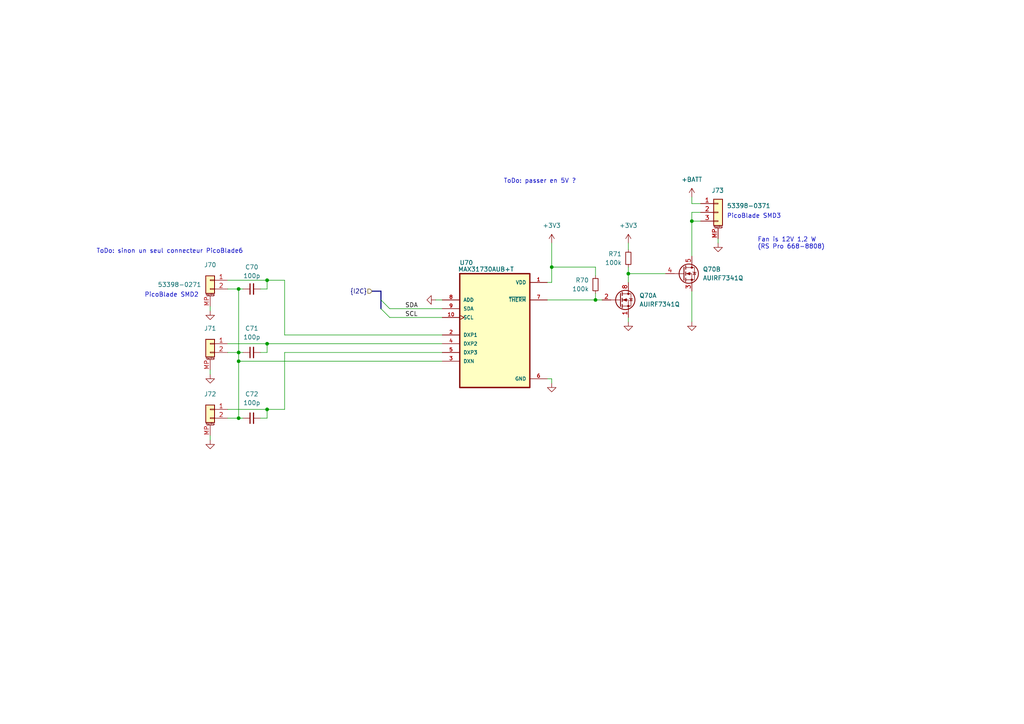
<source format=kicad_sch>
(kicad_sch (version 20211123) (generator eeschema)
  (paper "A4")
  (title_block (title "Carte Houston") (date "2022-12-30") (rev "A1") (company "Pollen Robotics"))
  (lib_symbols
    (symbol "Connector_Generic_MountingPin:Conn_01x02_MountingPin" (pin_names (offset 1.016) hide)
      (property "Reference" "J" (at 0 2.54 0))
      (property "Value" "Conn_01x02_MountingPin" (at 1.27 -5.08 0))
      (symbol "Conn_01x02_MountingPin_1_1"
        (rectangle (start -1.27 -2.413) (end 0 -2.667) (stroke (width 0.1524)))
        (rectangle (start -1.27 0.127) (end 0 -0.127) (stroke (width 0.1524)))
        (rectangle (start -1.27 1.27) (end 1.27 -3.81) (stroke (width 0.254)) (fill (type background)))
        (polyline (pts (xy -1.016 -4.572) (xy 1.016 -4.572)) (stroke (width 0.1524)))
        (text "Mounting" (at 0 -4.191 0) (effects (font (size 0.381 0.381))))
        (pin passive line (at -5.08 0 0) (length 3.81) (name "Pin_1") (number "1"))
        (pin passive line (at -5.08 -2.54 0) (length 3.81) (name "Pin_2") (number "2"))
        (pin passive line (at 0 -7.62 90) (length 3.048) (name "MountPin") (number "MP"))
      )
    )
    (symbol "Connector_Generic_MountingPin:Conn_01x03_MountingPin" (pin_names (offset 1.016) hide)
      (property "Reference" "J" (at 0 5.08 0))
      (property "Value" "Conn_01x03_MountingPin" (at 1.27 -5.08 0))
      (symbol "Conn_01x03_MountingPin_1_1"
        (rectangle (start -1.27 -2.413) (end 0 -2.667) (stroke (width 0.1524)))
        (rectangle (start -1.27 0.127) (end 0 -0.127) (stroke (width 0.1524)))
        (rectangle (start -1.27 2.667) (end 0 2.413) (stroke (width 0.1524)))
        (rectangle (start -1.27 3.81) (end 1.27 -3.81) (stroke (width 0.254)) (fill (type background)))
        (polyline (pts (xy -1.016 -4.572) (xy 1.016 -4.572)) (stroke (width 0.1524)))
        (text "Mounting" (at 0 -4.191 0) (effects (font (size 0.381 0.381))))
        (pin passive line (at -5.08 2.54 0) (length 3.81) (name "Pin_1") (number "1"))
        (pin passive line (at -5.08 0 0) (length 3.81) (name "Pin_2") (number "2"))
        (pin passive line (at -5.08 -2.54 0) (length 3.81) (name "Pin_3") (number "3"))
        (pin passive line (at 0 -7.62 90) (length 3.048) (name "MountPin") (number "MP"))
      )
    )
    (symbol "Device:C_Small" (pin_numbers hide) (pin_names (offset 0.254) hide)
      (property "Reference" "C" (at 0.254 1.778 0))
      (property "Value" "C_Small" (at 0.254 -2.032 0))
      (symbol "C_Small_0_1"
        (polyline (pts (xy -1.524 -0.508) (xy 1.524 -0.508)) (stroke (width 0.3302)))
        (polyline (pts (xy -1.524 0.508) (xy 1.524 0.508)) (stroke (width 0.3048)))
      )
      (symbol "C_Small_1_1"
        (pin passive line (at 0 2.54 270) (length 2.032) (name "~") (number "1"))
        (pin passive line (at 0 -2.54 90) (length 2.032) (name "~") (number "2"))
      )
    )
    (symbol "Device:R_Small" (pin_numbers hide) (pin_names (offset 0.254) hide)
      (property "Reference" "R" (at 0.762 0.508 0))
      (property "Value" "R_Small" (at 0.762 -1.016 0))
      (symbol "R_Small_0_1"
        (rectangle (start -0.762 1.778) (end 0.762 -1.778) (stroke (width 0.2032)))
      )
      (symbol "R_Small_1_1"
        (pin passive line (at 0 2.54 270) (length 0.762) (name "~") (number "1"))
        (pin passive line (at 0 -2.54 90) (length 0.762) (name "~") (number "2"))
      )
    )
    (symbol "Library_Pollen:AUIRF7341Q" (pin_names hide)
      (property "Reference" "Q" (at 5.08 1.905 0))
      (property "Value" "AUIRF7341Q" (at 5.08 0 0))
      (symbol "AUIRF7341Q_0_1"
        (polyline (pts (xy 0.254 0) (xy -2.54 0)))
        (polyline (pts (xy 0.254 1.905) (xy 0.254 -1.905)) (stroke (width 0.254)))
        (polyline (pts (xy 0.762 -1.27) (xy 0.762 -2.286)) (stroke (width 0.254)))
        (polyline (pts (xy 0.762 0.508) (xy 0.762 -0.508)) (stroke (width 0.254)))
        (polyline (pts (xy 0.762 2.286) (xy 0.762 1.27)) (stroke (width 0.254)))
        (polyline (pts (xy 2.54 2.54) (xy 2.54 1.778)))
        (polyline (pts (xy 2.54 -2.54) (xy 2.54 0) (xy 0.762 0)))
        (polyline (pts (xy 0.762 -1.778) (xy 3.302 -1.778) (xy 3.302 1.778) (xy 0.762 1.778)))
        (polyline (pts (xy 1.016 0) (xy 2.032 0.381) (xy 2.032 -0.381) (xy 1.016 0)) (fill (type outline)))
        (polyline (pts (xy 2.794 0.508) (xy 2.921 0.381) (xy 3.683 0.381) (xy 3.81 0.254)))
        (polyline (pts (xy 3.302 0.381) (xy 2.921 -0.254) (xy 3.683 -0.254) (xy 3.302 0.381)))
        (circle (center 1.651 0) (radius 2.794) (stroke (width 0.254)))
        (circle (center 2.54 -1.778) (radius 0.254) (fill (type outline)))
        (circle (center 2.54 1.778) (radius 0.254) (fill (type outline)))
      )
      (symbol "AUIRF7341Q_1_1"
        (pin passive line (at 2.54 -5.08 90) (length 2.54) (name "S1") (number "1"))
        (pin passive line (at -5.08 0 0) (length 2.54) (name "G1") (number "2"))
        (pin passive line (at 2.54 5.08 270) (length 2.54) hide (name "D1") (number "7"))
        (pin passive line (at 2.54 5.08 270) (length 2.54) (name "D1") (number "8"))
      )
      (symbol "AUIRF7341Q_2_1"
        (pin passive line (at 2.54 -5.08 90) (length 2.54) (name "S2") (number "3"))
        (pin passive line (at -5.08 0 0) (length 2.54) (name "G2") (number "4"))
        (pin passive line (at 2.54 5.08 270) (length 2.54) (name "D2") (number "5"))
        (pin passive line (at 2.54 5.08 270) (length 2.54) hide (name "D2") (number "6"))
      )
    )
    (symbol "Library_Pollen:MAX31730AUB+T" (pin_names (offset 1.016))
      (property "Reference" "U" (at 5.08 10.16 0))
      (property "Value" "MAX31730AUB+T" (at 5.08 7.62 0))
      (symbol "MAX31730AUB+T_0_0"
        (rectangle (start 5.08 -25.4) (end 25.4 7.62) (stroke (width 0.4064)) (fill (type background)))
        (pin power_in line (at 30.48 5.08 180) (length 5.08) (name "VDD") (number "1"))
        (pin input clock (at 0 -5.08 0) (length 5.08) (name "SCL") (number "10"))
        (pin input line (at 0 -10.16 0) (length 5.08) (name "DXP1") (number "2"))
        (pin input line (at 0 -17.78 0) (length 5.08) (name "DXN") (number "3"))
        (pin input line (at 0 -12.7 0) (length 5.08) (name "DXP2") (number "4"))
        (pin input line (at 0 -15.24 0) (length 5.08) (name "DXP3") (number "5"))
        (pin power_in line (at 30.48 -22.86 180) (length 5.08) (name "GND") (number "6"))
        (pin output line (at 30.48 0 180) (length 5.08) (name "~{THERM}") (number "7"))
        (pin input line (at 0 0 0) (length 5.08) (name "ADD") (number "8"))
        (pin bidirectional line (at 0 -2.54 0) (length 5.08) (name "SDA") (number "9"))
      )
    )
    (symbol "power:+3V3" (power) (pin_names (offset 0))
      (property "Value" "+3V3" (at 0 3.556 0))
      (symbol "+3V3_0_1"
        (polyline (pts (xy -0.762 1.27) (xy 0 2.54)))
        (polyline (pts (xy 0 0) (xy 0 2.54)))
        (polyline (pts (xy 0 2.54) (xy 0.762 1.27)))
      )
      (symbol "+3V3_1_1"
        (pin power_in line (at 0 0 90) (length 0) hide (name "+3V3") (number "1"))
      )
    )
    (symbol "power:+BATT" (power) (pin_names (offset 0))
      (property "Value" "+BATT" (at 0 3.556 0))
      (symbol "+BATT_0_1"
        (polyline (pts (xy -0.762 1.27) (xy 0 2.54)))
        (polyline (pts (xy 0 0) (xy 0 2.54)))
        (polyline (pts (xy 0 2.54) (xy 0.762 1.27)))
      )
      (symbol "+BATT_1_1"
        (pin power_in line (at 0 0 90) (length 0) hide (name "+BATT") (number "1"))
      )
    )
    (symbol "power:GND" (power) (pin_names (offset 0))
      (property "Value" "GND" (at 0 -3.81 0))
      (symbol "GND_0_1"
        (polyline (pts (xy 0 0) (xy 0 -1.27) (xy 1.27 -1.27) (xy 0 -2.54) (xy -1.27 -1.27) (xy 0 -1.27)))
      )
      (symbol "GND_1_1"
        (pin power_in line (at 0 0 270) (length 0) hide (name "GND") (number "1"))
      )
    )
  )
  (junction (at 200.66 64.135))
  (junction (at 69.215 104.775))
  (junction (at 69.215 121.285))
  (junction (at 77.47 118.745))
  (junction (at 77.47 99.695))
  (junction (at 160.02 77.47))
  (junction (at 77.47 81.28))
  (junction (at 69.215 83.82))
  (junction (at 172.72 86.995))
  (junction (at 182.245 79.375))
  (junction (at 69.215 102.235))
  (bus_entry (at 110.49 86.995) (size 2.54 2.54))
  (bus_entry (at 110.49 89.535) (size 2.54 2.54))
  (bus (pts (xy 107.95 84.455) (xy 110.49 84.455)))
  (wire (pts (xy 82.55 102.235) (xy 128.27 102.235)))
  (wire (pts (xy 172.72 86.995) (xy 174.625 86.995)))
  (wire (pts (xy 77.47 83.82) (xy 77.47 81.28)))
  (wire (pts (xy 77.47 99.695) (xy 66.04 99.695)))
  (wire (pts (xy 77.47 121.285) (xy 77.47 118.745)))
  (wire (pts (xy 77.47 118.745) (xy 82.55 118.745)))
  (wire (pts (xy 82.55 118.745) (xy 82.55 102.235)))
  (wire (pts (xy 158.75 81.915) (xy 160.02 81.915)))
  (wire (pts (xy 69.215 83.82) (xy 70.485 83.82)))
  (wire (pts (xy 182.245 79.375) (xy 193.04 79.375)))
  (wire (pts (xy 200.66 84.455) (xy 200.66 93.345)))
  (wire (pts (xy 82.55 97.155) (xy 128.27 97.155)))
  (wire (pts (xy 69.215 104.775) (xy 69.215 121.285)))
  (wire (pts (xy 60.96 88.9) (xy 60.96 90.17)))
  (bus (pts (xy 110.49 86.995) (xy 110.49 89.535)))
  (wire (pts (xy 182.245 70.485) (xy 182.245 72.39)))
  (wire (pts (xy 75.565 121.285) (xy 77.47 121.285)))
  (wire (pts (xy 66.04 102.235) (xy 69.215 102.235)))
  (wire (pts (xy 77.47 102.235) (xy 77.47 99.695)))
  (wire (pts (xy 113.03 89.535) (xy 128.27 89.535)))
  (wire (pts (xy 200.66 59.055) (xy 200.66 57.15)))
  (wire (pts (xy 60.96 126.365) (xy 60.96 127.635)))
  (wire (pts (xy 200.66 64.135) (xy 203.2 64.135)))
  (wire (pts (xy 160.02 109.855) (xy 160.02 111.125)))
  (wire (pts (xy 182.245 79.375) (xy 182.245 81.915)))
  (wire (pts (xy 82.55 97.155) (xy 82.55 81.28)))
  (wire (pts (xy 200.66 61.595) (xy 200.66 64.135)))
  (wire (pts (xy 172.72 77.47) (xy 172.72 80.01)))
  (wire (pts (xy 203.2 59.055) (xy 200.66 59.055)))
  (wire (pts (xy 172.72 85.09) (xy 172.72 86.995)))
  (wire (pts (xy 82.55 81.28) (xy 77.47 81.28)))
  (wire (pts (xy 158.75 86.995) (xy 172.72 86.995)))
  (wire (pts (xy 77.47 118.745) (xy 66.04 118.745)))
  (wire (pts (xy 66.04 83.82) (xy 69.215 83.82)))
  (wire (pts (xy 77.47 81.28) (xy 66.04 81.28)))
  (wire (pts (xy 160.02 70.485) (xy 160.02 77.47)))
  (wire (pts (xy 69.215 121.285) (xy 70.485 121.285)))
  (wire (pts (xy 208.28 69.215) (xy 208.28 70.485)))
  (wire (pts (xy 77.47 99.695) (xy 128.27 99.695)))
  (wire (pts (xy 182.245 77.47) (xy 182.245 79.375)))
  (wire (pts (xy 160.02 77.47) (xy 160.02 81.915)))
  (wire (pts (xy 75.565 83.82) (xy 77.47 83.82)))
  (wire (pts (xy 66.04 121.285) (xy 69.215 121.285)))
  (bus (pts (xy 110.49 84.455) (xy 110.49 86.995)))
  (wire (pts (xy 69.215 102.235) (xy 70.485 102.235)))
  (wire (pts (xy 158.75 109.855) (xy 160.02 109.855)))
  (wire (pts (xy 182.245 92.075) (xy 182.245 93.345)))
  (wire (pts (xy 60.96 107.315) (xy 60.96 108.585)))
  (wire (pts (xy 75.565 102.235) (xy 77.47 102.235)))
  (wire (pts (xy 69.215 83.82) (xy 69.215 102.235)))
  (wire (pts (xy 69.215 104.775) (xy 128.27 104.775)))
  (wire (pts (xy 172.72 77.47) (xy 160.02 77.47)))
  (wire (pts (xy 126.365 86.995) (xy 128.27 86.995)))
  (wire (pts (xy 203.2 61.595) (xy 200.66 61.595)))
  (wire (pts (xy 113.03 92.075) (xy 128.27 92.075)))
  (wire (pts (xy 200.66 64.135) (xy 200.66 74.295)))
  (wire (pts (xy 69.215 102.235) (xy 69.215 104.775)))
  (text "ToDo: passer en 5V ?" (at 146.05 53.34 0) (effects (font (size 1.27 1.27)) (justify left bottom)))
  (text "ToDo: sinon un seul connecteur PicoBlade6" (at 27.94 73.66 0) (effects (font (size 1.27 1.27)) (justify left bottom)))
  (text "PicoBlade SMD3" (at 210.82 63.5 0) (effects (font (size 1.27 1.27)) (justify left bottom)))
  (text "Fan is 12V 1,2 W\n(RS Pro 668-8808)" (at 219.71 72.39 0) (effects (font (size 1.27 1.27)) (justify left bottom)))
  (text "PicoBlade SMD2" (at 41.91 86.36 0) (effects (font (size 1.27 1.27)) (justify left bottom)))
  (label "SDA" (at 117.475 89.535 0))
  (label "SCL" (at 117.475 92.075 0))
  (hierarchical_label "{I2C}" (shape input) (at 107.95 84.455 180))
  (symbol (lib_id "Connector_Generic_MountingPin:Conn_01x02_MountingPin") (at 60.96 99.695 0) (mirror y) (unit 1)
    (property "Reference" "J71" (at 60.96 95.25 0))
    (property "Value" "53398-0271" (effects hide))
    (property "Footprint" "Connector_Molex:Molex_PicoBlade_53398-0271_1x02-1MP_P1.25mm_Vertical" (effects hide))
    (property "Description" "Motor Temperature Connector" (effects hide))
  )
  (symbol (lib_id "power:+3V3") (at 160.02 70.485 0) (unit 1)
    (property "Reference" "#PWR0179" (effects hide))
    (property "Value" "+3V3" (at 160.02 65.405 0))
  )
  (symbol (lib_id "Connector_Generic_MountingPin:Conn_01x02_MountingPin") (at 60.96 81.28 0) (mirror y) (unit 1)
    (property "Reference" "J70" (at 60.96 76.835 0))
    (property "Value" "53398-0271" (at 52.07 82.55 0))
    (property "Footprint" "Connector_Molex:Molex_PicoBlade_53398-0271_1x02-1MP_P1.25mm_Vertical" (effects hide))
    (property "Description" "Motor Temperature Connector" (effects hide))
  )
  (symbol (lib_id "Library_Pollen:AUIRF7341Q") (at 179.705 86.995 0) (unit 1)
    (property "Reference" "Q70" (at 185.42 85.7249 0) (effects (justify left)))
    (property "Value" "AUIRF7341Q" (at 185.42 88.2649 0) (effects (justify left)))
    (property "Footprint" "Package_SO:SOIC-8_3.9x4.9mm_P1.27mm" (effects hide))
    (property "Length" "6.2" (effects hide))
    (property "Width" "5.0" (effects hide))
    (property "Description" "MOSFET Double" (effects hide))
  )
  (symbol (lib_id "Library_Pollen:AUIRF7341Q") (at 198.12 79.375 0) (unit 2)
    (property "Reference" "Q70" (at 203.835 78.1049 0) (effects (justify left)))
    (property "Value" "AUIRF7341Q" (at 203.835 80.6449 0) (effects (justify left)))
    (property "Footprint" "Package_SO:SOIC-8_3.9x4.9mm_P1.27mm" (effects hide))
    (property "Length" "6.2" (effects hide))
    (property "Width" "5.0" (effects hide))
    (property "Description" "MOSFET Double" (effects hide))
  )
  (symbol (lib_id "power:GND") (at 208.28 70.485 0) (unit 1)
    (property "Reference" "#PWR0175" (effects hide))
    (property "Value" "GND" (effects hide))
  )
  (symbol (lib_id "power:GND") (at 160.02 111.125 0) (unit 1)
    (property "Reference" "#PWR0174" (effects hide))
    (property "Value" "GND" (effects hide))
  )
  (symbol (lib_id "Connector_Generic_MountingPin:Conn_01x02_MountingPin") (at 60.96 118.745 0) (mirror y) (unit 1)
    (property "Reference" "J72" (at 60.96 114.3 0))
    (property "Value" "53398-0271" (effects hide))
    (property "Footprint" "Connector_Molex:Molex_PicoBlade_53398-0271_1x02-1MP_P1.25mm_Vertical" (effects hide))
    (property "Description" "Motor Temperature Connector" (effects hide))
  )
  (symbol (lib_id "Device:C_Small") (at 73.025 83.82 90) (unit 1)
    (property "Reference" "C70" (at 73.0313 77.47 90))
    (property "Value" "100p" (at 73.0313 80.01 90))
    (property "Footprint" "Capacitor_SMD:C_0603_1608Metric" (effects hide))
    (property "Length" "1.6" (effects hide))
    (property "Width" "0.9" (effects hide))
    (property "Description" "Capa 0603" (effects hide))
  )
  (symbol (lib_id "power:+BATT") (at 200.66 57.15 0) (unit 1)
    (property "Reference" "#PWR0176" (effects hide))
    (property "Value" "+BATT" (at 200.66 52.07 0))
  )
  (symbol (lib_id "power:GND") (at 60.96 127.635 0) (unit 1)
    (property "Reference" "#PWR0181" (effects hide))
    (property "Value" "GND" (effects hide))
  )
  (symbol (lib_id "Library_Pollen:MAX31730AUB+T") (at 128.27 86.995 0) (unit 1)
    (property "Reference" "U70" (at 135.255 76.2 0))
    (property "Value" "MAX31730AUB+T" (at 140.97 78.105 0))
    (property "Footprint" "Lib_Pollen:SOP50P490X110-10N" (effects hide))
    (property "Description" "Temperature + Fan Controller" (effects hide))
    (property "Man." "Maxim Integrated" (effects hide))
    (property "Length" "3.0" (effects hide))
    (property "Width" "3.0" (effects hide))
  )
  (symbol (lib_id "power:GND") (at 200.66 93.345 0) (unit 1)
    (property "Reference" "#PWR0177" (effects hide))
    (property "Value" "GND" (effects hide))
  )
  (symbol (lib_id "Device:C_Small") (at 73.025 121.285 90) (unit 1)
    (property "Reference" "C72" (at 73.0313 114.3 90))
    (property "Value" "100p" (at 73.0313 116.84 90))
    (property "Footprint" "Capacitor_SMD:C_0603_1608Metric" (effects hide))
    (property "Length" "1.6" (effects hide))
    (property "Width" "0.9" (effects hide))
    (property "Description" "Capa 0603" (effects hide))
  )
  (symbol (lib_id "Device:R_Small") (at 172.72 82.55 0) (mirror x) (unit 1)
    (property "Reference" "R70" (at 170.815 81.2799 0) (effects (justify right)))
    (property "Value" "100k" (at 170.815 83.8199 0) (effects (justify right)))
    (property "Footprint" "Resistor_SMD:R_0603_1608Metric" (effects hide))
    (property "Length" "1.6" (effects hide))
    (property "Width" "0.9" (effects hide))
    (property "Description" "Res. 0603" (effects hide))
  )
  (symbol (lib_id "Device:C_Small") (at 73.025 102.235 90) (unit 1)
    (property "Reference" "C71" (at 73.0313 95.25 90))
    (property "Value" "100p" (at 73.0313 97.79 90))
    (property "Footprint" "Capacitor_SMD:C_0603_1608Metric" (effects hide))
    (property "Length" "1.6" (effects hide))
    (property "Width" "0.9" (effects hide))
    (property "Description" "Capa 0603" (effects hide))
  )
  (symbol (lib_id "Device:R_Small") (at 182.245 74.93 0) (mirror x) (unit 1)
    (property "Reference" "R71" (at 180.34 73.6599 0) (effects (justify right)))
    (property "Value" "100k" (at 180.34 76.1999 0) (effects (justify right)))
    (property "Footprint" "Resistor_SMD:R_0603_1608Metric" (effects hide))
    (property "Length" "1.6" (effects hide))
    (property "Width" "0.9" (effects hide))
    (property "Description" "Res. 0603" (effects hide))
  )
  (symbol (lib_id "power:GND") (at 126.365 86.995 270) (unit 1)
    (property "Reference" "#PWR0182" (effects hide))
    (property "Value" "GND" (effects hide))
  )
  (symbol (lib_id "power:GND") (at 60.96 90.17 0) (unit 1)
    (property "Reference" "#PWR0183" (effects hide))
    (property "Value" "GND" (effects hide))
  )
  (symbol (lib_id "power:GND") (at 60.96 108.585 0) (unit 1)
    (property "Reference" "#PWR0180" (effects hide))
    (property "Value" "GND" (effects hide))
  )
  (symbol (lib_id "power:+3V3") (at 182.245 70.485 0) (unit 1)
    (property "Reference" "#PWR0173" (effects hide))
    (property "Value" "+3V3" (at 182.245 65.405 0))
  )
  (symbol (lib_id "Connector_Generic_MountingPin:Conn_01x03_MountingPin") (at 208.28 61.595 0) (unit 1)
    (property "Reference" "J73" (at 206.375 55.245 0) (effects (justify left)))
    (property "Value" "53398-0371" (at 210.82 59.69 0) (effects (justify left)))
    (property "Footprint" "Connector_Molex:Molex_PicoBlade_53398-0371_1x03-1MP_P1.25mm_Vertical" (effects hide))
    (property "Description" "Fan Connector" (effects hide))
  )
  (symbol (lib_id "power:GND") (at 182.245 93.345 0) (unit 1)
    (property "Reference" "#PWR0178" (effects hide))
    (property "Value" "GND" (effects hide))
  )
)
</source>
